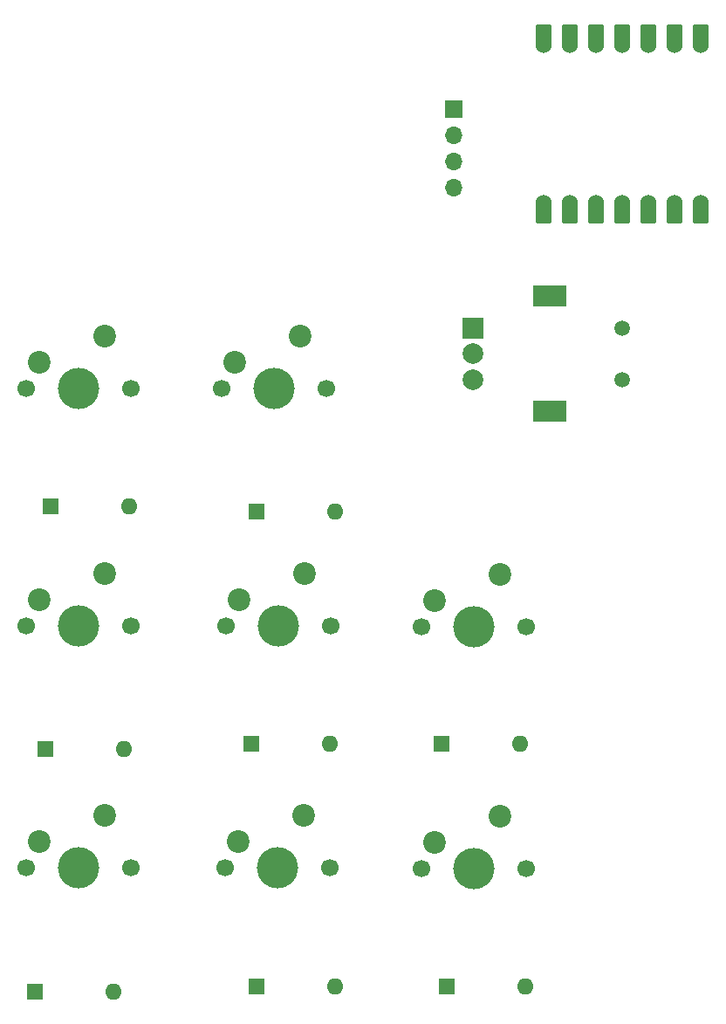
<source format=gts>
G04 #@! TF.GenerationSoftware,KiCad,Pcbnew,9.0.1*
G04 #@! TF.CreationDate,2025-06-18T17:33:08-04:00*
G04 #@! TF.ProjectId,chop up the soul kanye,63686f70-2075-4702-9074-686520736f75,rev?*
G04 #@! TF.SameCoordinates,Original*
G04 #@! TF.FileFunction,Soldermask,Top*
G04 #@! TF.FilePolarity,Negative*
%FSLAX46Y46*%
G04 Gerber Fmt 4.6, Leading zero omitted, Abs format (unit mm)*
G04 Created by KiCad (PCBNEW 9.0.1) date 2025-06-18 17:33:08*
%MOMM*%
%LPD*%
G01*
G04 APERTURE LIST*
G04 Aperture macros list*
%AMRoundRect*
0 Rectangle with rounded corners*
0 $1 Rounding radius*
0 $2 $3 $4 $5 $6 $7 $8 $9 X,Y pos of 4 corners*
0 Add a 4 corners polygon primitive as box body*
4,1,4,$2,$3,$4,$5,$6,$7,$8,$9,$2,$3,0*
0 Add four circle primitives for the rounded corners*
1,1,$1+$1,$2,$3*
1,1,$1+$1,$4,$5*
1,1,$1+$1,$6,$7*
1,1,$1+$1,$8,$9*
0 Add four rect primitives between the rounded corners*
20,1,$1+$1,$2,$3,$4,$5,0*
20,1,$1+$1,$4,$5,$6,$7,0*
20,1,$1+$1,$6,$7,$8,$9,0*
20,1,$1+$1,$8,$9,$2,$3,0*%
G04 Aperture macros list end*
%ADD10R,1.600000X1.600000*%
%ADD11O,1.600000X1.600000*%
%ADD12C,1.700000*%
%ADD13C,4.000000*%
%ADD14C,2.200000*%
%ADD15C,1.500000*%
%ADD16R,2.000000X2.000000*%
%ADD17C,2.000000*%
%ADD18R,3.200000X2.000000*%
%ADD19R,1.700000X1.700000*%
%ADD20O,1.700000X1.700000*%
%ADD21RoundRect,0.152400X0.609600X-1.063600X0.609600X1.063600X-0.609600X1.063600X-0.609600X-1.063600X0*%
%ADD22C,1.524000*%
%ADD23RoundRect,0.152400X-0.609600X1.063600X-0.609600X-1.063600X0.609600X-1.063600X0.609600X1.063600X0*%
G04 APERTURE END LIST*
D10*
G04 #@! TO.C,D10*
X119191487Y-87500000D03*
D11*
X126811487Y-87500000D03*
G04 #@! TD*
D10*
G04 #@! TO.C,D6*
X139191487Y-134000000D03*
D11*
X146811487Y-134000000D03*
G04 #@! TD*
D10*
G04 #@! TO.C,D4*
X117691487Y-134500000D03*
D11*
X125311487Y-134500000D03*
G04 #@! TD*
D12*
G04 #@! TO.C,SW9*
X155191487Y-122590000D03*
D13*
X160271487Y-122590000D03*
D12*
X165351487Y-122590000D03*
D14*
X162811487Y-117510000D03*
X156461487Y-120050000D03*
G04 #@! TD*
D12*
G04 #@! TO.C,SW7*
X136191487Y-122500000D03*
D13*
X141271487Y-122500000D03*
D12*
X146351487Y-122500000D03*
D14*
X143811487Y-117420000D03*
X137461487Y-119960000D03*
G04 #@! TD*
D15*
G04 #@! TO.C,SW1*
X174686487Y-70170000D03*
X174686487Y-75170000D03*
D16*
X160186487Y-70170000D03*
D17*
X160186487Y-75170000D03*
X160186487Y-72670000D03*
D18*
X167686487Y-67070000D03*
X167686487Y-78270000D03*
G04 #@! TD*
D10*
G04 #@! TO.C,D9*
X139191487Y-88000000D03*
D11*
X146811487Y-88000000D03*
G04 #@! TD*
D12*
G04 #@! TO.C,SW6*
X136231487Y-99080000D03*
D13*
X141311487Y-99080000D03*
D12*
X146391487Y-99080000D03*
D14*
X143851487Y-94000000D03*
X137501487Y-96540000D03*
G04 #@! TD*
D12*
G04 #@! TO.C,SW8*
X155231487Y-99170000D03*
D13*
X160311487Y-99170000D03*
D12*
X165391487Y-99170000D03*
D14*
X162851487Y-94090000D03*
X156501487Y-96630000D03*
G04 #@! TD*
D12*
G04 #@! TO.C,SW3*
X116881487Y-99080000D03*
D13*
X121961487Y-99080000D03*
D12*
X127041487Y-99080000D03*
D14*
X124501487Y-94000000D03*
X118151487Y-96540000D03*
G04 #@! TD*
D10*
G04 #@! TO.C,D2*
X118691487Y-111000000D03*
D11*
X126311487Y-111000000D03*
G04 #@! TD*
D10*
G04 #@! TO.C,D8*
X157691487Y-134000000D03*
D11*
X165311487Y-134000000D03*
G04 #@! TD*
D10*
G04 #@! TO.C,D7*
X157191487Y-110500000D03*
D11*
X164811487Y-110500000D03*
G04 #@! TD*
D12*
G04 #@! TO.C,SW11*
X116841487Y-76000000D03*
D13*
X121921487Y-76000000D03*
D12*
X127001487Y-76000000D03*
D14*
X124461487Y-70920000D03*
X118111487Y-73460000D03*
G04 #@! TD*
D19*
G04 #@! TO.C,J1*
X158311487Y-48960000D03*
D20*
X158311487Y-51500000D03*
X158311487Y-54040000D03*
X158311487Y-56580000D03*
G04 #@! TD*
D21*
G04 #@! TO.C,U1*
X182311487Y-41925000D03*
D22*
X182311487Y-42760000D03*
D21*
X179771487Y-41925000D03*
D22*
X179771487Y-42760000D03*
D21*
X177231487Y-41925000D03*
D22*
X177231487Y-42760000D03*
D21*
X174691487Y-41925000D03*
D22*
X174691487Y-42760000D03*
D21*
X172151487Y-41925000D03*
D22*
X172151487Y-42760000D03*
D21*
X169611487Y-41925000D03*
D22*
X169611487Y-42760000D03*
D21*
X167071487Y-41925000D03*
D22*
X167071487Y-42760000D03*
X167071487Y-58000000D03*
D23*
X167071487Y-58835000D03*
D22*
X169611487Y-58000000D03*
D23*
X169611487Y-58835000D03*
D22*
X172151487Y-58000000D03*
D23*
X172151487Y-58835000D03*
D22*
X174691487Y-58000000D03*
D23*
X174691487Y-58835000D03*
D22*
X177231487Y-58000000D03*
D23*
X177231487Y-58835000D03*
D22*
X179771487Y-58000000D03*
D23*
X179771487Y-58835000D03*
D22*
X182311487Y-58000000D03*
D23*
X182311487Y-58835000D03*
G04 #@! TD*
D12*
G04 #@! TO.C,SW5*
X116841487Y-122500000D03*
D13*
X121921487Y-122500000D03*
D12*
X127001487Y-122500000D03*
D14*
X124461487Y-117420000D03*
X118111487Y-119960000D03*
G04 #@! TD*
D10*
G04 #@! TO.C,D5*
X138691487Y-110500000D03*
D11*
X146311487Y-110500000D03*
G04 #@! TD*
D12*
G04 #@! TO.C,SW10*
X135841487Y-76000000D03*
D13*
X140921487Y-76000000D03*
D12*
X146001487Y-76000000D03*
D14*
X143461487Y-70920000D03*
X137111487Y-73460000D03*
G04 #@! TD*
M02*

</source>
